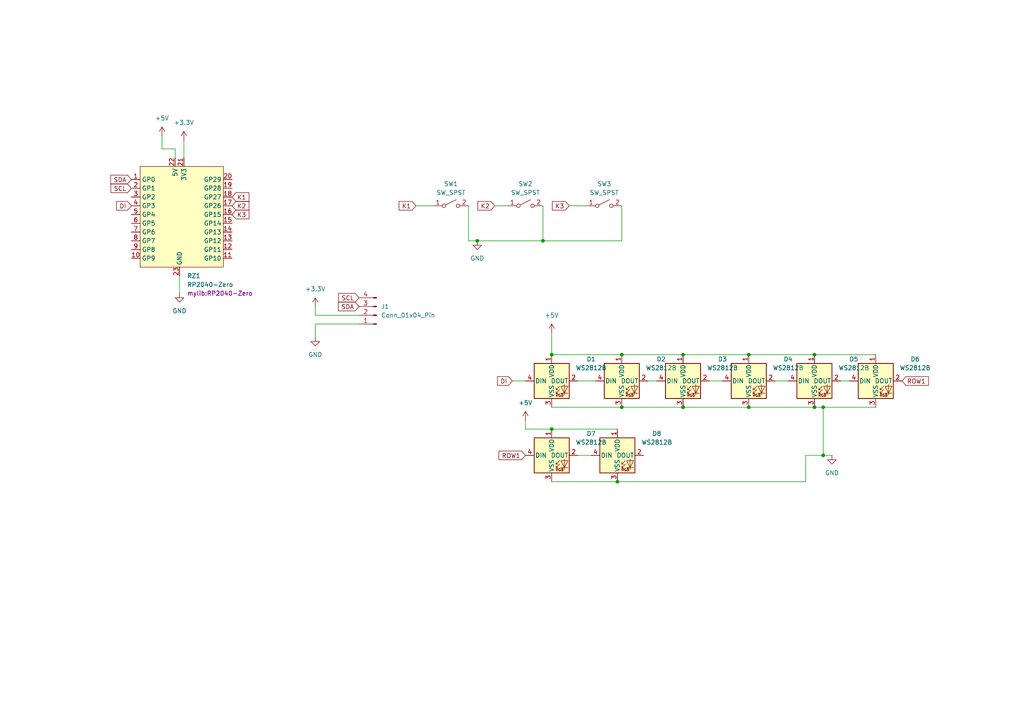
<source format=kicad_sch>
(kicad_sch (version 20231120) (generator "eeschema") (generator_version "8.0")
  (paper "A4")
  (lib_symbols
    (symbol "Connector:Conn_01x04_Pin" (pin_names (offset 1.016) hide)
      (property "Reference" "J" (at 0 5.08 0))
      (property "Value" "Conn_01x04_Pin" (at 0 -7.62 0))
      (symbol "Conn_01x04_Pin_1_1"
        (polyline (pts (xy 1.27 -5.08) (xy 0.8636 -5.08)) (stroke (width 0.1524)))
        (polyline (pts (xy 1.27 -2.54) (xy 0.8636 -2.54)) (stroke (width 0.1524)))
        (polyline (pts (xy 1.27 0) (xy 0.8636 0)) (stroke (width 0.1524)))
        (polyline (pts (xy 1.27 2.54) (xy 0.8636 2.54)) (stroke (width 0.1524)))
        (rectangle (start 0.8636 -4.953) (end 0 -5.207) (stroke (width 0.1524)) (fill (type outline)))
        (rectangle (start 0.8636 -2.413) (end 0 -2.667) (stroke (width 0.1524)) (fill (type outline)))
        (rectangle (start 0.8636 0.127) (end 0 -0.127) (stroke (width 0.1524)) (fill (type outline)))
        (rectangle (start 0.8636 2.667) (end 0 2.413) (stroke (width 0.1524)) (fill (type outline)))
        (pin passive line (at 5.08 2.54 180) (length 3.81) (name "Pin_1") (number "1"))
        (pin passive line (at 5.08 0 180) (length 3.81) (name "Pin_2") (number "2"))
        (pin passive line (at 5.08 -2.54 180) (length 3.81) (name "Pin_3") (number "3"))
        (pin passive line (at 5.08 -5.08 180) (length 3.81) (name "Pin_4") (number "4"))
      )
    )
    (symbol "LED:WS2812B" (pin_names (offset 0.254))
      (property "Reference" "D" (at 5.08 5.715 0))
      (property "Value" "WS2812B" (at 1.27 -5.715 0))
      (symbol "WS2812B_0_0"
        (text "RGB" (at 2.286 -4.191 0) (effects (font (size 0.762 0.762))))
      )
      (symbol "WS2812B_0_1"
        (polyline (pts (xy 1.27 -3.556) (xy 1.778 -3.556)))
        (polyline (pts (xy 1.27 -2.54) (xy 1.778 -2.54)))
        (polyline (pts (xy 4.699 -3.556) (xy 2.667 -3.556)))
        (polyline (pts (xy 2.286 -2.54) (xy 1.27 -3.556) (xy 1.27 -3.048)))
        (polyline (pts (xy 2.286 -1.524) (xy 1.27 -2.54) (xy 1.27 -2.032)))
        (polyline (pts (xy 3.683 -1.016) (xy 3.683 -3.556) (xy 3.683 -4.064)))
        (polyline (pts (xy 4.699 -1.524) (xy 2.667 -1.524) (xy 3.683 -3.556) (xy 4.699 -1.524)))
        (rectangle (start 5.08 5.08) (end -5.08 -5.08) (stroke (width 0.254)) (fill (type background)))
      )
      (symbol "WS2812B_1_1"
        (pin power_in line (at 0 7.62 270) (length 2.54) (name "VDD") (number "1"))
        (pin output line (at 7.62 0 180) (length 2.54) (name "DOUT") (number "2"))
        (pin power_in line (at 0 -7.62 90) (length 2.54) (name "VSS") (number "3"))
        (pin input line (at -7.62 0 0) (length 2.54) (name "DIN") (number "4"))
      )
    )
    (symbol "Switch:SW_SPST" (pin_names (offset 0) hide)
      (property "Reference" "SW" (at 0 3.175 0))
      (property "Value" "SW_SPST" (at 0 -2.54 0))
      (symbol "SW_SPST_0_0"
        (circle (center -2.032 0) (radius 0.508))
        (polyline (pts (xy -1.524 0.254) (xy 1.524 1.778)))
        (circle (center 2.032 0) (radius 0.508))
      )
      (symbol "SW_SPST_1_1"
        (pin passive line (at -5.08 0 0) (length 2.54) (name "A") (number "1"))
        (pin passive line (at 5.08 0 180) (length 2.54) (name "B") (number "2"))
      )
    )
    (symbol "power:+3.3V" (power) (pin_numbers hide) (pin_names (offset 0) hide)
      (property "Value" "+3.3V" (at 0 3.556 0))
      (symbol "+3.3V_0_1"
        (polyline (pts (xy -0.762 1.27) (xy 0 2.54)))
        (polyline (pts (xy 0 0) (xy 0 2.54)))
        (polyline (pts (xy 0 2.54) (xy 0.762 1.27)))
      )
      (symbol "+3.3V_1_1"
        (pin power_in line (at 0 0 90) (length 0) (name "~") (number "1"))
      )
    )
    (symbol "power:+5V" (power) (pin_numbers hide) (pin_names (offset 0) hide)
      (property "Value" "+5V" (at 0 3.556 0))
      (symbol "+5V_0_1"
        (polyline (pts (xy -0.762 1.27) (xy 0 2.54)))
        (polyline (pts (xy 0 0) (xy 0 2.54)))
        (polyline (pts (xy 0 2.54) (xy 0.762 1.27)))
      )
      (symbol "+5V_1_1"
        (pin power_in line (at 0 0 90) (length 0) (name "~") (number "1"))
      )
    )
    (symbol "power:GND" (power) (pin_numbers hide) (pin_names (offset 0) hide)
      (property "Value" "GND" (at 0 -3.81 0))
      (symbol "GND_0_1"
        (polyline (pts (xy 0 0) (xy 0 -1.27) (xy 1.27 -1.27) (xy 0 -2.54) (xy -1.27 -1.27) (xy 0 -1.27)))
      )
      (symbol "GND_1_1"
        (pin power_in line (at 0 0 270) (length 0) (name "~") (number "1"))
      )
    )
    (symbol "rp2040-zero:RP2040-Zero"
      (property "Reference" "RZ" (at 0 0 0))
      (property "Value" "RP2040-Zero" (at 0 -2.54 0))
      (property "Footprint" "RP2040-Zero:RP2040-Zero" (at 0 0 0))
      (symbol "RP2040-Zero_0_1"
        (rectangle (start -11.43 -15.24) (end 12.7 13.97) (fill (type background)))
      )
      (symbol "RP2040-Zero_1_1"
        (pin bidirectional line (at -13.97 10.16 0) (length 2.54) (name "GP0") (number "1"))
        (pin bidirectional line (at -13.97 -12.7 0) (length 2.54) (name "GP9") (number "10"))
        (pin bidirectional line (at 15.24 -12.7 180) (length 2.54) (name "GP10") (number "11"))
        (pin bidirectional line (at 15.24 -10.16 180) (length 2.54) (name "GP11") (number "12"))
        (pin bidirectional line (at 15.24 -7.62 180) (length 2.54) (name "GP12") (number "13"))
        (pin bidirectional line (at 15.24 -5.08 180) (length 2.54) (name "GP13") (number "14"))
        (pin bidirectional line (at 15.24 -2.54 180) (length 2.54) (name "GP14") (number "15"))
        (pin bidirectional line (at 15.24 0 180) (length 2.54) (name "GP15") (number "16"))
        (pin bidirectional line (at 15.24 2.54 180) (length 2.54) (name "GP26") (number "17"))
        (pin bidirectional line (at 15.24 5.08 180) (length 2.54) (name "GP27") (number "18"))
        (pin bidirectional line (at 15.24 7.62 180) (length 2.54) (name "GP28") (number "19"))
        (pin bidirectional line (at -13.97 7.62 0) (length 2.54) (name "GP1") (number "2"))
        (pin bidirectional line (at 15.24 10.16 180) (length 2.54) (name "GP29") (number "20"))
        (pin power_in line (at 1.27 16.51 270) (length 2.54) (name "3V3") (number "21"))
        (pin power_in line (at -1.27 16.51 270) (length 2.54) (name "5V") (number "22"))
        (pin power_in line (at 0 -17.78 90) (length 2.54) (name "GND") (number "23"))
        (pin bidirectional line (at -13.97 5.08 0) (length 2.54) (name "GP2") (number "3"))
        (pin bidirectional line (at -13.97 2.54 0) (length 2.54) (name "GP3") (number "4"))
        (pin bidirectional line (at -13.97 0 0) (length 2.54) (name "GP4") (number "5"))
        (pin bidirectional line (at -13.97 -2.54 0) (length 2.54) (name "GP5") (number "6"))
        (pin bidirectional line (at -13.97 -5.08 0) (length 2.54) (name "GP6") (number "7"))
        (pin bidirectional line (at -13.97 -7.62 0) (length 2.54) (name "GP7") (number "8"))
        (pin bidirectional line (at -13.97 -10.16 0) (length 2.54) (name "GP8") (number "9"))
      )
    )
  )
  (junction (at 217.17 118.11))
  (junction (at 217.17 102.87))
  (junction (at 238.76 132.08))
  (junction (at 236.22 102.87))
  (junction (at 179.07 139.7))
  (junction (at 160.02 102.87))
  (junction (at 157.48 69.85))
  (junction (at 238.76 118.11))
  (junction (at 180.34 102.87))
  (junction (at 198.12 102.87))
  (junction (at 138.43 69.85))
  (junction (at 198.12 118.11))
  (junction (at 160.02 124.46))
  (junction (at 180.34 118.11))
  (junction (at 236.22 118.11))
  (wire (pts (xy 160.02 124.46) (xy 179.07 124.46)))
  (wire (pts (xy 160.02 118.11) (xy 180.34 118.11)))
  (wire (pts (xy 217.17 118.11) (xy 236.22 118.11)))
  (wire (pts (xy 187.96 110.49) (xy 190.5 110.49)))
  (wire (pts (xy 91.44 97.79) (xy 91.44 93.98)))
  (wire (pts (xy 167.64 110.49) (xy 172.72 110.49)))
  (wire (pts (xy 160.02 96.52) (xy 160.02 102.87)))
  (wire (pts (xy 120.65 59.69) (xy 125.73 59.69)))
  (wire (pts (xy 50.8 43.18) (xy 50.8 45.72)))
  (wire (pts (xy 180.34 59.69) (xy 180.34 69.85)))
  (wire (pts (xy 135.89 69.85) (xy 138.43 69.85)))
  (wire (pts (xy 91.44 93.98) (xy 104.14 93.98)))
  (wire (pts (xy 135.89 59.69) (xy 135.89 69.85)))
  (wire (pts (xy 180.34 69.85) (xy 157.48 69.85)))
  (wire (pts (xy 233.68 139.7) (xy 233.68 132.08)))
  (wire (pts (xy 160.02 139.7) (xy 179.07 139.7)))
  (wire (pts (xy 198.12 102.87) (xy 217.17 102.87)))
  (wire (pts (xy 165.1 59.69) (xy 170.18 59.69)))
  (wire (pts (xy 52.07 80.01) (xy 52.07 85.09)))
  (wire (pts (xy 91.44 91.44) (xy 104.14 91.44)))
  (wire (pts (xy 152.4 121.92) (xy 152.4 124.46)))
  (wire (pts (xy 217.17 102.87) (xy 236.22 102.87)))
  (wire (pts (xy 180.34 118.11) (xy 198.12 118.11)))
  (wire (pts (xy 238.76 118.11) (xy 238.76 132.08)))
  (wire (pts (xy 236.22 102.87) (xy 254 102.87)))
  (wire (pts (xy 236.22 118.11) (xy 238.76 118.11)))
  (wire (pts (xy 91.44 88.9) (xy 91.44 91.44)))
  (wire (pts (xy 160.02 102.87) (xy 180.34 102.87)))
  (wire (pts (xy 238.76 118.11) (xy 254 118.11)))
  (wire (pts (xy 179.07 139.7) (xy 233.68 139.7)))
  (wire (pts (xy 180.34 102.87) (xy 198.12 102.87)))
  (wire (pts (xy 148.59 110.49) (xy 152.4 110.49)))
  (wire (pts (xy 167.64 132.08) (xy 171.45 132.08)))
  (wire (pts (xy 205.74 110.49) (xy 209.55 110.49)))
  (wire (pts (xy 233.68 132.08) (xy 238.76 132.08)))
  (wire (pts (xy 53.34 40.64) (xy 53.34 45.72)))
  (wire (pts (xy 238.76 132.08) (xy 241.3 132.08)))
  (wire (pts (xy 46.99 43.18) (xy 50.8 43.18)))
  (wire (pts (xy 46.99 39.37) (xy 46.99 43.18)))
  (wire (pts (xy 198.12 118.11) (xy 217.17 118.11)))
  (wire (pts (xy 157.48 59.69) (xy 157.48 69.85)))
  (wire (pts (xy 143.51 59.69) (xy 147.32 59.69)))
  (wire (pts (xy 157.48 69.85) (xy 138.43 69.85)))
  (wire (pts (xy 224.79 110.49) (xy 228.6 110.49)))
  (wire (pts (xy 152.4 124.46) (xy 160.02 124.46)))
  (wire (pts (xy 243.84 110.49) (xy 246.38 110.49)))
  (global_label "K1" (shape input) (at 120.65 59.69 180) (property "Intersheetrefs" "${INTERSHEET_REFS}" (effects (hide yes))))
  (global_label "K1" (shape input) (at 67.31 57.15 0) (property "Intersheetrefs" "${INTERSHEET_REFS}" (effects (hide yes))))
  (global_label "K3" (shape input) (at 67.31 62.23 0) (property "Intersheetrefs" "${INTERSHEET_REFS}" (effects (hide yes))))
  (global_label "SCL" (shape input) (at 104.14 86.36 180) (property "Intersheetrefs" "${INTERSHEET_REFS}" (effects (hide yes))))
  (global_label "ROW1" (shape input) (at 261.62 110.49 0) (property "Intersheetrefs" "${INTERSHEET_REFS}" (effects (hide yes))))
  (global_label "SCL" (shape input) (at 38.1 54.61 180) (property "Intersheetrefs" "${INTERSHEET_REFS}" (effects (hide yes))))
  (global_label "K3" (shape input) (at 165.1 59.69 180) (property "Intersheetrefs" "${INTERSHEET_REFS}" (effects (hide yes))))
  (global_label "K2" (shape input) (at 67.31 59.69 0) (property "Intersheetrefs" "${INTERSHEET_REFS}" (effects (hide yes))))
  (global_label "DI" (shape input) (at 38.1 59.69 180) (property "Intersheetrefs" "${INTERSHEET_REFS}" (effects (hide yes))))
  (global_label "DI" (shape input) (at 148.59 110.49 180) (property "Intersheetrefs" "${INTERSHEET_REFS}" (effects (hide yes))))
  (global_label "K2" (shape input) (at 143.51 59.69 180) (property "Intersheetrefs" "${INTERSHEET_REFS}" (effects (hide yes))))
  (global_label "SDA" (shape input) (at 38.1 52.07 180) (property "Intersheetrefs" "${INTERSHEET_REFS}" (effects (hide yes))))
  (global_label "SDA" (shape input) (at 104.14 88.9 180) (property "Intersheetrefs" "${INTERSHEET_REFS}" (effects (hide yes))))
  (global_label "ROW1" (shape input) (at 152.4 132.08 180) (property "Intersheetrefs" "${INTERSHEET_REFS}" (effects (hide yes))))
  (symbol (lib_id "power:GND") (at 138.43 69.85 0) (unit 1)
    (property "Reference" "#PWR02" (effects (hide yes)))
    (property "Value" "GND" (at 138.43 74.93 0))
    (property "Description" "Power symbol creates a global label with name \"GND\" , ground" (effects (hide yes)))
  )
  (symbol (lib_id "Connector:Conn_01x04_Pin") (at 109.22 91.44 180) (unit 1)
    (property "Reference" "J1" (at 110.49 88.8999 0) (effects (justify right)))
    (property "Value" "Conn_01x04_Pin" (at 110.49 91.4399 0) (effects (justify right)))
    (property "Footprint" "Connector:FanPinHeader_1x04_P2.54mm_Vertical" (effects (hide yes)))
    (property "Description" "Generic connector, single row, 01x04, script generated" (effects (hide yes)))
  )
  (symbol (lib_id "LED:WS2812B") (at 198.12 110.49 0) (unit 1)
    (property "Reference" "D3" (at 209.55 104.1714 0))
    (property "Value" "WS2812B" (at 209.55 106.7114 0))
    (property "Footprint" "mylib:new led" (effects (hide yes)))
    (property "Datasheet" "https://cdn-shop.adafruit.com/datasheets/WS2812B.pdf" (effects (hide yes)))
    (property "Description" "RGB LED with integrated controller" (effects (hide yes)))
  )
  (symbol (lib_id "power:GND") (at 91.44 97.79 0) (unit 1)
    (property "Reference" "#PWR05" (effects (hide yes)))
    (property "Value" "GND" (at 91.44 102.87 0))
    (property "Description" "Power symbol creates a global label with name \"GND\" , ground" (effects (hide yes)))
  )
  (symbol (lib_id "LED:WS2812B") (at 217.17 110.49 0) (unit 1)
    (property "Reference" "D4" (at 228.6 104.1714 0))
    (property "Value" "WS2812B" (at 228.6 106.7114 0))
    (property "Footprint" "mylib:new led" (effects (hide yes)))
    (property "Datasheet" "https://cdn-shop.adafruit.com/datasheets/WS2812B.pdf" (effects (hide yes)))
    (property "Description" "RGB LED with integrated controller" (effects (hide yes)))
  )
  (symbol (lib_id "LED:WS2812B") (at 254 110.49 0) (unit 1)
    (property "Reference" "D6" (at 265.43 104.1714 0))
    (property "Value" "WS2812B" (at 265.43 106.7114 0))
    (property "Footprint" "mylib:new led" (effects (hide yes)))
    (property "Datasheet" "https://cdn-shop.adafruit.com/datasheets/WS2812B.pdf" (effects (hide yes)))
    (property "Description" "RGB LED with integrated controller" (effects (hide yes)))
  )
  (symbol (lib_id "LED:WS2812B") (at 236.22 110.49 0) (unit 1)
    (property "Reference" "D5" (at 247.65 104.1714 0))
    (property "Value" "WS2812B" (at 247.65 106.7114 0))
    (property "Footprint" "mylib:new led" (effects (hide yes)))
    (property "Datasheet" "https://cdn-shop.adafruit.com/datasheets/WS2812B.pdf" (effects (hide yes)))
    (property "Description" "RGB LED with integrated controller" (effects (hide yes)))
  )
  (symbol (lib_id "power:+5V") (at 46.99 39.37 0) (unit 1)
    (property "Reference" "#PWR09" (effects (hide yes)))
    (property "Value" "+5V" (at 46.99 34.29 0))
    (property "Description" "Power symbol creates a global label with name \"+5V\"" (effects (hide yes)))
  )
  (symbol (lib_id "LED:WS2812B") (at 160.02 110.49 0) (unit 1)
    (property "Reference" "D1" (at 171.45 104.1714 0))
    (property "Value" "WS2812B" (at 171.45 106.7114 0))
    (property "Footprint" "mylib:new led" (effects (hide yes)))
    (property "Datasheet" "https://cdn-shop.adafruit.com/datasheets/WS2812B.pdf" (effects (hide yes)))
    (property "Description" "RGB LED with integrated controller" (effects (hide yes)))
  )
  (symbol (lib_id "LED:WS2812B") (at 180.34 110.49 0) (unit 1)
    (property "Reference" "D2" (at 191.77 104.1714 0))
    (property "Value" "WS2812B" (at 191.77 106.7114 0))
    (property "Footprint" "mylib:new led" (effects (hide yes)))
    (property "Datasheet" "https://cdn-shop.adafruit.com/datasheets/WS2812B.pdf" (effects (hide yes)))
    (property "Description" "RGB LED with integrated controller" (effects (hide yes)))
  )
  (symbol (lib_id "LED:WS2812B") (at 160.02 132.08 0) (unit 1)
    (property "Reference" "D7" (at 171.45 125.7614 0))
    (property "Value" "WS2812B" (at 171.45 128.3014 0))
    (property "Footprint" "mylib:new led" (effects (hide yes)))
    (property "Datasheet" "https://cdn-shop.adafruit.com/datasheets/WS2812B.pdf" (effects (hide yes)))
    (property "Description" "RGB LED with integrated controller" (effects (hide yes)))
  )
  (symbol (lib_id "power:+5V") (at 152.4 121.92 0) (unit 1)
    (property "Reference" "#PWR08" (effects (hide yes)))
    (property "Value" "+5V" (at 152.4 116.84 0))
    (property "Description" "Power symbol creates a global label with name \"+5V\"" (effects (hide yes)))
  )
  (symbol (lib_id "power:+5V") (at 160.02 96.52 0) (unit 1)
    (property "Reference" "#PWR06" (effects (hide yes)))
    (property "Value" "+5V" (at 160.02 91.44 0))
    (property "Description" "Power symbol creates a global label with name \"+5V\"" (effects (hide yes)))
  )
  (symbol (lib_id "Switch:SW_SPST") (at 152.4 59.69 0) (unit 1)
    (property "Reference" "SW2" (at 152.4 53.34 0))
    (property "Value" "SW_SPST" (at 152.4 55.88 0))
    (property "Footprint" "Button_Switch_Keyboard:SW_Cherry_MX_1.00u_PCB" (effects (hide yes)))
    (property "Description" "Single Pole Single Throw (SPST) switch" (effects (hide yes)))
  )
  (symbol (lib_id "power:GND") (at 241.3 132.08 0) (unit 1)
    (property "Reference" "#PWR07" (effects (hide yes)))
    (property "Value" "GND" (at 241.3 137.16 0))
    (property "Description" "Power symbol creates a global label with name \"GND\" , ground" (effects (hide yes)))
  )
  (symbol (lib_id "power:+3.3V") (at 91.44 88.9 0) (unit 1)
    (property "Reference" "#PWR04" (effects (hide yes)))
    (property "Value" "+3.3V" (at 91.44 83.82 0))
    (property "Description" "Power symbol creates a global label with name \"+3.3V\"" (effects (hide yes)))
  )
  (symbol (lib_id "Switch:SW_SPST") (at 130.81 59.69 0) (unit 1)
    (property "Reference" "SW1" (at 130.81 53.34 0))
    (property "Value" "SW_SPST" (at 130.81 55.88 0))
    (property "Footprint" "Button_Switch_Keyboard:SW_Cherry_MX_1.00u_PCB" (effects (hide yes)))
    (property "Description" "Single Pole Single Throw (SPST) switch" (effects (hide yes)))
  )
  (symbol (lib_id "Switch:SW_SPST") (at 175.26 59.69 0) (unit 1)
    (property "Reference" "SW3" (at 175.26 53.34 0))
    (property "Value" "SW_SPST" (at 175.26 55.88 0))
    (property "Footprint" "Button_Switch_Keyboard:SW_Cherry_MX_1.00u_PCB" (effects (hide yes)))
    (property "Description" "Single Pole Single Throw (SPST) switch" (effects (hide yes)))
  )
  (symbol (lib_id "rp2040-zero:RP2040-Zero") (at 52.07 62.23 0) (unit 1)
    (property "Reference" "RZ1" (at 54.2641 80.01 0) (effects (justify left)))
    (property "Value" "RP2040-Zero" (at 54.2641 82.55 0) (effects (justify left)))
    (property "Footprint" "mylib:RP2040-Zero" (at 54.2641 85.09 0) (effects (justify left)))
  )
  (symbol (lib_id "power:GND") (at 52.07 85.09 0) (unit 1)
    (property "Reference" "#PWR01" (effects (hide yes)))
    (property "Value" "GND" (at 52.07 90.17 0))
    (property "Description" "Power symbol creates a global label with name \"GND\" , ground" (effects (hide yes)))
  )
  (symbol (lib_id "LED:WS2812B") (at 179.07 132.08 0) (unit 1)
    (property "Reference" "D8" (at 190.5 125.7614 0))
    (property "Value" "WS2812B" (at 190.5 128.3014 0))
    (property "Footprint" "mylib:new led" (effects (hide yes)))
    (property "Datasheet" "https://cdn-shop.adafruit.com/datasheets/WS2812B.pdf" (effects (hide yes)))
    (property "Description" "RGB LED with integrated controller" (effects (hide yes)))
  )
  (symbol (lib_id "power:+3.3V") (at 53.34 40.64 0) (unit 1)
    (property "Reference" "#PWR03" (effects (hide yes)))
    (property "Value" "+3.3V" (at 53.34 35.56 0))
    (property "Description" "Power symbol creates a global label with name \"+3.3V\"" (effects (hide yes)))
  )
)
</source>
